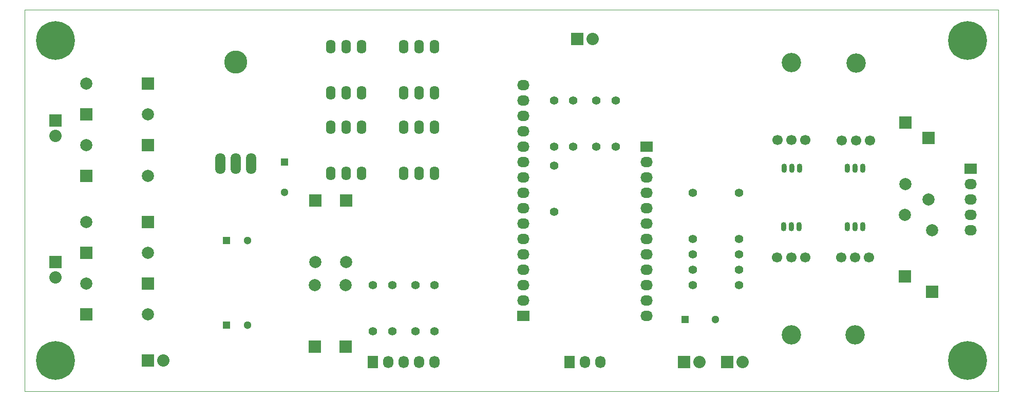
<source format=gbr>
G04 #@! TF.FileFunction,Soldermask,Top*
%FSLAX46Y46*%
G04 Gerber Fmt 4.6, Leading zero omitted, Abs format (unit mm)*
G04 Created by KiCad (PCBNEW 4.0.5+dfsg1-4) date Sat Oct 31 20:23:49 2020*
%MOMM*%
%LPD*%
G01*
G04 APERTURE LIST*
%ADD10C,0.100000*%
%ADD11R,1.300000X1.300000*%
%ADD12C,1.300000*%
%ADD13R,2.032000X2.032000*%
%ADD14O,2.032000X2.032000*%
%ADD15C,1.397000*%
%ADD16R,1.727200X2.032000*%
%ADD17O,1.727200X2.032000*%
%ADD18R,2.032000X1.727200*%
%ADD19O,2.032000X1.727200*%
%ADD20C,1.998980*%
%ADD21R,1.998980X1.998980*%
%ADD22O,1.699260X3.500120*%
%ADD23C,3.799840*%
%ADD24O,1.600000X2.300000*%
%ADD25O,0.899160X1.501140*%
%ADD26C,1.699260*%
%ADD27C,3.200400*%
%ADD28C,6.400000*%
G04 APERTURE END LIST*
D10*
X145288000Y-130810000D02*
X187706000Y-130810000D01*
X186690000Y-67818000D02*
X140208000Y-67818000D01*
X74803000Y-67818000D02*
X140335000Y-67818000D01*
X74803000Y-130810000D02*
X74803000Y-67818000D01*
X145415000Y-130810000D02*
X74803000Y-130810000D01*
X235331000Y-130810000D02*
X187579000Y-130810000D01*
X235331000Y-67818000D02*
X235331000Y-130810000D01*
X186563000Y-67818000D02*
X235331000Y-67818000D01*
D11*
X183642000Y-118999000D03*
D12*
X188642000Y-118999000D03*
D13*
X183515000Y-125984000D03*
D14*
X186055000Y-125984000D03*
D13*
X165862000Y-72644000D03*
D14*
X168402000Y-72644000D03*
D13*
X190627000Y-125984000D03*
D14*
X193167000Y-125984000D03*
D15*
X184912000Y-113284000D03*
X192532000Y-113284000D03*
D16*
X164592000Y-125984000D03*
D17*
X167132000Y-125984000D03*
X169672000Y-125984000D03*
D15*
X165227000Y-90424000D03*
X165227000Y-82804000D03*
X172212000Y-90424000D03*
X172212000Y-82804000D03*
X169037000Y-90424000D03*
X169037000Y-82804000D03*
X162052000Y-90424000D03*
X162052000Y-82804000D03*
X162052000Y-101219000D03*
X162052000Y-93599000D03*
D18*
X156972000Y-118364000D03*
D19*
X156972000Y-115824000D03*
X156972000Y-113284000D03*
X156972000Y-110744000D03*
X156972000Y-108204000D03*
X156972000Y-105664000D03*
X156972000Y-103124000D03*
X156972000Y-100584000D03*
X156972000Y-98044000D03*
X156972000Y-95504000D03*
X156972000Y-92964000D03*
X156972000Y-90424000D03*
X156972000Y-87884000D03*
X156972000Y-85344000D03*
X156972000Y-82804000D03*
X156972000Y-80264000D03*
D18*
X177292000Y-90424000D03*
D19*
X177292000Y-92964000D03*
X177292000Y-95504000D03*
X177292000Y-98044000D03*
X177292000Y-100584000D03*
X177292000Y-103124000D03*
X177292000Y-105664000D03*
X177292000Y-108204000D03*
X177292000Y-110744000D03*
X177292000Y-113284000D03*
X177292000Y-115824000D03*
X177292000Y-118364000D03*
D12*
X111577000Y-119888000D03*
D11*
X108077000Y-119888000D03*
D12*
X111577000Y-105918000D03*
D11*
X108077000Y-105918000D03*
X117602000Y-92964000D03*
D12*
X117602000Y-97964000D03*
D20*
X84963000Y-102872540D03*
D21*
X95123000Y-102872540D03*
D20*
X95123000Y-107947460D03*
D21*
X84963000Y-107947460D03*
D20*
X84963000Y-113032540D03*
D21*
X95123000Y-113032540D03*
D20*
X95123000Y-118107460D03*
D21*
X84963000Y-118107460D03*
D20*
X84963000Y-80012540D03*
D21*
X95123000Y-80012540D03*
D20*
X95123000Y-85087460D03*
D21*
X84963000Y-85087460D03*
D20*
X84963000Y-90172540D03*
D21*
X95123000Y-90172540D03*
D20*
X95123000Y-95247460D03*
D21*
X84963000Y-95247460D03*
D13*
X95123000Y-125730000D03*
D14*
X97663000Y-125730000D03*
D13*
X79883000Y-109474000D03*
D14*
X79883000Y-112014000D03*
D13*
X79883000Y-86106000D03*
D14*
X79883000Y-88646000D03*
D22*
X109601000Y-93218000D03*
X107061000Y-93218000D03*
X112141000Y-93218000D03*
D23*
X109601000Y-76454000D03*
D20*
X122679460Y-113284000D03*
D21*
X122679460Y-123444000D03*
D20*
X127759460Y-113284000D03*
D21*
X127759460Y-123444000D03*
D20*
X122684540Y-109474000D03*
D21*
X122684540Y-99314000D03*
D20*
X127764540Y-109474000D03*
D21*
X127764540Y-99314000D03*
D16*
X132207000Y-125984000D03*
D17*
X134747000Y-125984000D03*
X137287000Y-125984000D03*
X139827000Y-125984000D03*
X142367000Y-125984000D03*
D15*
X132207000Y-113284000D03*
X132207000Y-120904000D03*
X135382000Y-113284000D03*
X135382000Y-120904000D03*
X139192000Y-113284000D03*
X139192000Y-120904000D03*
X142367000Y-113284000D03*
X142367000Y-120904000D03*
D24*
X125222000Y-94869000D03*
X127762000Y-94869000D03*
X130302000Y-94869000D03*
X130302000Y-87249000D03*
X127762000Y-87249000D03*
X125222000Y-87249000D03*
X137287000Y-94869000D03*
X139827000Y-94869000D03*
X142367000Y-94869000D03*
X142367000Y-87249000D03*
X139827000Y-87249000D03*
X137287000Y-87249000D03*
X125222000Y-81534000D03*
X127762000Y-81534000D03*
X130302000Y-81534000D03*
X130302000Y-73914000D03*
X127762000Y-73914000D03*
X125222000Y-73914000D03*
X137287000Y-81534000D03*
X139827000Y-81534000D03*
X142367000Y-81534000D03*
X142367000Y-73914000D03*
X139827000Y-73914000D03*
X137287000Y-73914000D03*
D20*
X219966540Y-96647000D03*
D21*
X219966540Y-86487000D03*
D20*
X223776540Y-99187000D03*
D21*
X223776540Y-89027000D03*
D20*
X219961460Y-101727000D03*
D21*
X219961460Y-111887000D03*
D20*
X224406460Y-104267000D03*
D21*
X224406460Y-114427000D03*
D18*
X230759000Y-94107000D03*
D19*
X230759000Y-96647000D03*
X230759000Y-99187000D03*
X230759000Y-101727000D03*
X230759000Y-104267000D03*
D25*
X211709000Y-93980000D03*
X210439000Y-93980000D03*
X212979000Y-93980000D03*
X201295000Y-93980000D03*
X200025000Y-93980000D03*
X202565000Y-93980000D03*
X201168000Y-103632000D03*
X202438000Y-103632000D03*
X199898000Y-103632000D03*
X211709000Y-103632000D03*
X212979000Y-103632000D03*
X210439000Y-103632000D03*
D26*
X211836000Y-89408000D03*
X209544920Y-89408000D03*
X214127080Y-89408000D03*
D27*
X211836000Y-76608940D03*
D26*
X201231500Y-89344500D03*
X198940420Y-89344500D03*
X203522580Y-89344500D03*
D27*
X201231500Y-76545440D03*
D26*
X201168000Y-108712000D03*
X203459080Y-108712000D03*
X198876920Y-108712000D03*
D27*
X201168000Y-121511060D03*
D26*
X211709000Y-108712000D03*
X214000080Y-108712000D03*
X209417920Y-108712000D03*
D27*
X211709000Y-121511060D03*
D15*
X184912000Y-98044000D03*
X192532000Y-98044000D03*
X184912000Y-105664000D03*
X192532000Y-105664000D03*
X184912000Y-110744000D03*
X192532000Y-110744000D03*
X184912000Y-108204000D03*
X192532000Y-108204000D03*
D28*
X230251000Y-72898000D03*
X230251000Y-125730000D03*
X79883000Y-72898000D03*
X79883000Y-125730000D03*
M02*

</source>
